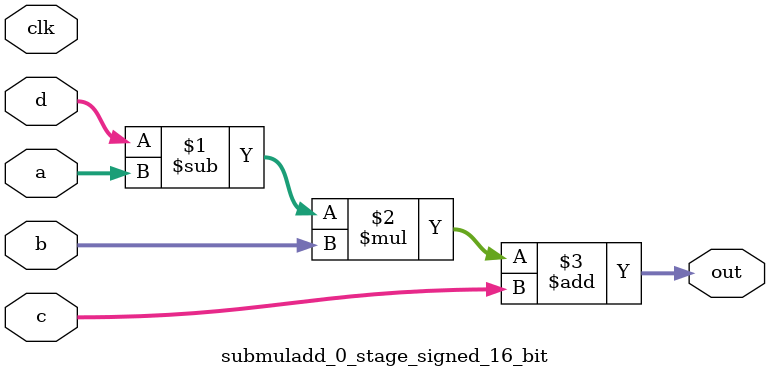
<source format=sv>
(* use_dsp = "yes" *) module submuladd_0_stage_signed_16_bit(
	input signed [15:0] a,
	input signed [15:0] b,
	input signed [15:0] c,
	input signed [15:0] d,
	output [15:0] out,
	input clk);

	assign out = ((d - a) * b) + c;
endmodule

</source>
